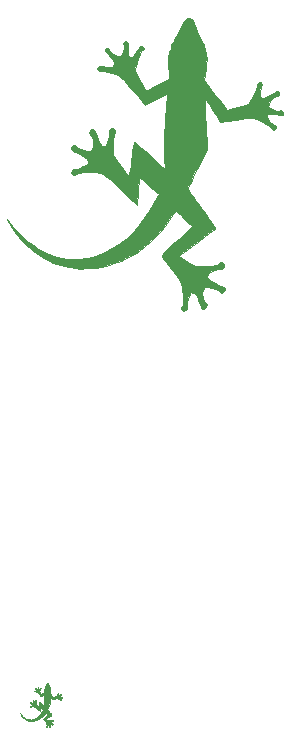
<source format=gbr>
%TF.GenerationSoftware,KiCad,Pcbnew,8.0.3*%
%TF.CreationDate,2024-09-02T20:29:09+10:00*%
%TF.ProjectId,bottom_plate,626f7474-6f6d-45f7-906c-6174652e6b69,1.0.0*%
%TF.SameCoordinates,Original*%
%TF.FileFunction,Soldermask,Top*%
%TF.FilePolarity,Negative*%
%FSLAX46Y46*%
G04 Gerber Fmt 4.6, Leading zero omitted, Abs format (unit mm)*
G04 Created by KiCad (PCBNEW 8.0.3) date 2024-09-02 20:29:09*
%MOMM*%
%LPD*%
G01*
G04 APERTURE LIST*
%ADD10C,0.010000*%
G04 APERTURE END LIST*
D10*
%TO.C,G\u002A\u002A\u002A*%
X33529123Y-93133722D02*
X33557371Y-93178568D01*
X33588411Y-93248058D01*
X33602083Y-93283053D01*
X33624649Y-93339234D01*
X33645546Y-93385532D01*
X33662544Y-93417381D01*
X33673417Y-93430216D01*
X33673930Y-93430285D01*
X33685318Y-93441837D01*
X33689797Y-93472850D01*
X33689805Y-93474482D01*
X33694802Y-93516302D01*
X33707075Y-93561499D01*
X33709513Y-93567933D01*
X33717885Y-93592126D01*
X33722231Y-93616764D01*
X33722583Y-93647861D01*
X33718970Y-93691433D01*
X33711421Y-93753495D01*
X33710463Y-93760861D01*
X33691703Y-93904531D01*
X33832677Y-94089685D01*
X33877660Y-94148764D01*
X33917130Y-94200599D01*
X33948592Y-94241914D01*
X33969553Y-94269434D01*
X33977479Y-94279833D01*
X33991509Y-94279827D01*
X34023409Y-94272968D01*
X34067189Y-94261117D01*
X34116863Y-94246137D01*
X34166442Y-94229890D01*
X34209937Y-94214239D01*
X34241361Y-94201046D01*
X34253181Y-94194088D01*
X34273907Y-94168482D01*
X34298654Y-94127610D01*
X34323651Y-94079174D01*
X34345129Y-94030877D01*
X34359316Y-93990420D01*
X34362905Y-93969958D01*
X34371066Y-93941577D01*
X34390444Y-93927841D01*
X34413379Y-93933394D01*
X34417415Y-93936920D01*
X34425516Y-93955109D01*
X34416561Y-93976534D01*
X34407295Y-94003815D01*
X34401727Y-94044222D01*
X34401005Y-94064261D01*
X34404751Y-94108076D01*
X34417506Y-94132043D01*
X34441537Y-94136646D01*
X34479116Y-94122368D01*
X34529650Y-94091608D01*
X34574355Y-94062384D01*
X34602811Y-94046382D01*
X34619562Y-94042238D01*
X34629152Y-94048588D01*
X34634637Y-94060086D01*
X34636418Y-94087913D01*
X34617148Y-94102126D01*
X34604522Y-94103390D01*
X34582028Y-94113512D01*
X34554612Y-94138724D01*
X34528501Y-94171294D01*
X34509923Y-94203490D01*
X34504977Y-94226979D01*
X34518380Y-94245645D01*
X34546595Y-94265762D01*
X34581197Y-94283180D01*
X34613760Y-94293751D01*
X34635860Y-94293325D01*
X34637520Y-94292250D01*
X34659393Y-94286433D01*
X34682074Y-94293913D01*
X34692902Y-94310375D01*
X34692910Y-94311123D01*
X34684542Y-94340959D01*
X34663512Y-94351412D01*
X34644755Y-94346001D01*
X34612746Y-94335826D01*
X34571962Y-94331650D01*
X34530848Y-94333164D01*
X34497850Y-94340063D01*
X34481453Y-94351935D01*
X34485629Y-94371215D01*
X34503799Y-94399425D01*
X34529950Y-94429846D01*
X34558070Y-94455759D01*
X34582146Y-94470445D01*
X34588615Y-94471690D01*
X34601306Y-94480475D01*
X34601775Y-94500221D01*
X34592269Y-94521011D01*
X34575033Y-94532929D01*
X34574729Y-94532989D01*
X34552529Y-94526730D01*
X34545092Y-94512495D01*
X34530967Y-94496193D01*
X34499107Y-94474064D01*
X34455578Y-94449154D01*
X34406443Y-94424509D01*
X34357768Y-94403174D01*
X34315618Y-94388197D01*
X34286501Y-94382623D01*
X34262854Y-94384410D01*
X34219616Y-94389431D01*
X34162290Y-94396984D01*
X34096378Y-94406367D01*
X34073599Y-94409759D01*
X34008991Y-94419126D01*
X33953993Y-94426418D01*
X33913149Y-94431085D01*
X33891003Y-94432578D01*
X33888387Y-94432151D01*
X33880655Y-94420143D01*
X33862102Y-94390588D01*
X33835264Y-94347542D01*
X33802673Y-94295063D01*
X33791838Y-94277577D01*
X33758086Y-94223899D01*
X33729153Y-94179429D01*
X33707555Y-94147917D01*
X33695809Y-94133115D01*
X33694523Y-94132537D01*
X33694026Y-94145942D01*
X33695030Y-94181265D01*
X33697374Y-94235083D01*
X33700897Y-94303968D01*
X33705435Y-94384495D01*
X33710000Y-94460000D01*
X33730098Y-94782840D01*
X33602040Y-95028589D01*
X33564951Y-95101143D01*
X33532879Y-95166547D01*
X33507410Y-95221344D01*
X33490126Y-95262079D01*
X33482613Y-95285295D01*
X33482719Y-95288939D01*
X33492455Y-95303061D01*
X33514908Y-95334570D01*
X33547824Y-95380333D01*
X33588947Y-95437221D01*
X33636022Y-95502100D01*
X33660735Y-95536076D01*
X33709543Y-95603397D01*
X33753098Y-95663995D01*
X33789236Y-95714815D01*
X33815792Y-95752804D01*
X33830602Y-95774907D01*
X33832933Y-95779071D01*
X33823991Y-95789270D01*
X33797325Y-95812053D01*
X33755812Y-95845150D01*
X33702330Y-95886291D01*
X33639758Y-95933203D01*
X33607255Y-95957166D01*
X33540963Y-96006058D01*
X33481923Y-96050132D01*
X33433109Y-96087126D01*
X33397491Y-96114778D01*
X33378042Y-96130826D01*
X33375329Y-96133722D01*
X33382576Y-96146982D01*
X33406285Y-96168252D01*
X33440580Y-96193453D01*
X33479582Y-96218511D01*
X33517413Y-96239347D01*
X33543755Y-96250529D01*
X33589641Y-96259612D01*
X33655699Y-96264011D01*
X33721555Y-96263865D01*
X33782712Y-96261411D01*
X33824081Y-96257331D01*
X33851267Y-96250585D01*
X33869875Y-96240133D01*
X33875520Y-96235294D01*
X33896107Y-96218740D01*
X33910373Y-96219693D01*
X33923876Y-96231575D01*
X33937900Y-96255207D01*
X33938185Y-96271416D01*
X33931848Y-96290877D01*
X33931105Y-96295178D01*
X33920036Y-96298895D01*
X33893336Y-96300488D01*
X33892582Y-96300490D01*
X33859282Y-96306267D01*
X33816155Y-96321049D01*
X33790198Y-96332851D01*
X33753328Y-96353230D01*
X33734848Y-96369734D01*
X33729618Y-96388047D01*
X33730295Y-96399069D01*
X33738460Y-96422305D01*
X33760259Y-96444389D01*
X33800557Y-96470104D01*
X33805303Y-96472785D01*
X33848200Y-96495297D01*
X33886977Y-96513020D01*
X33908677Y-96520757D01*
X33938891Y-96536907D01*
X33951285Y-96561650D01*
X33942469Y-96587849D01*
X33917541Y-96603542D01*
X33891393Y-96601030D01*
X33874409Y-96581320D01*
X33874385Y-96581247D01*
X33862244Y-96565679D01*
X33834039Y-96553208D01*
X33785155Y-96541809D01*
X33783994Y-96541589D01*
X33739005Y-96533786D01*
X33711951Y-96531975D01*
X33695954Y-96536713D01*
X33684139Y-96548557D01*
X33683223Y-96549757D01*
X33671217Y-96569230D01*
X33665891Y-96591518D01*
X33666581Y-96624087D01*
X33672334Y-96672299D01*
X33681510Y-96712890D01*
X33696239Y-96733027D01*
X33704112Y-96736390D01*
X33720459Y-96746019D01*
X33718978Y-96766756D01*
X33717025Y-96772383D01*
X33698323Y-96799413D01*
X33674389Y-96806776D01*
X33652913Y-96794260D01*
X33643663Y-96774389D01*
X33633338Y-96742133D01*
X33616801Y-96699078D01*
X33606004Y-96673615D01*
X33584299Y-96631838D01*
X33563205Y-96609559D01*
X33544712Y-96602364D01*
X33526743Y-96600872D01*
X33514229Y-96608130D01*
X33503357Y-96629146D01*
X33490314Y-96668925D01*
X33487882Y-96676995D01*
X33476320Y-96722806D01*
X33470201Y-96762160D01*
X33470586Y-96784470D01*
X33468441Y-96812324D01*
X33450798Y-96829107D01*
X33426246Y-96831800D01*
X33403378Y-96817387D01*
X33398418Y-96809823D01*
X33393163Y-96785472D01*
X33405657Y-96769060D01*
X33414616Y-96757912D01*
X33419690Y-96739485D01*
X33421256Y-96708849D01*
X33419691Y-96661073D01*
X33417174Y-96618501D01*
X33413668Y-96568336D01*
X33409022Y-96528048D01*
X33401153Y-96493446D01*
X33387978Y-96460338D01*
X33367416Y-96424533D01*
X33337383Y-96381839D01*
X33295796Y-96328064D01*
X33240572Y-96259017D01*
X33235283Y-96252434D01*
X33203598Y-96214246D01*
X33179386Y-96184762D01*
X33163865Y-96160865D01*
X33158250Y-96139436D01*
X33163757Y-96117357D01*
X33181603Y-96091508D01*
X33213003Y-96058771D01*
X33259173Y-96016028D01*
X33321330Y-95960161D01*
X33364453Y-95921180D01*
X33540751Y-95760905D01*
X33435688Y-95662397D01*
X33393251Y-95623231D01*
X33357595Y-95591491D01*
X33332727Y-95570666D01*
X33322889Y-95564138D01*
X33313345Y-95574320D01*
X33293703Y-95601610D01*
X33267132Y-95641454D01*
X33245771Y-95674914D01*
X33186713Y-95757984D01*
X33112063Y-95846300D01*
X33028491Y-95932873D01*
X32942665Y-96010716D01*
X32875119Y-96063250D01*
X32805399Y-96107650D01*
X32721981Y-96153061D01*
X32633426Y-96195387D01*
X32548293Y-96230527D01*
X32476955Y-96253904D01*
X32391207Y-96272489D01*
X32294377Y-96286611D01*
X32196323Y-96295278D01*
X32106908Y-96297498D01*
X32063672Y-96295506D01*
X31911777Y-96270503D01*
X31765223Y-96221720D01*
X31626102Y-96150567D01*
X31496507Y-96058455D01*
X31378529Y-95946796D01*
X31274259Y-95816999D01*
X31214288Y-95722640D01*
X31185015Y-95671840D01*
X31220251Y-95716290D01*
X31263249Y-95766090D01*
X31318566Y-95823761D01*
X31380580Y-95884030D01*
X31443667Y-95941621D01*
X31502204Y-95991259D01*
X31550568Y-96027671D01*
X31556205Y-96031411D01*
X31682629Y-96100341D01*
X31815776Y-96148601D01*
X31951856Y-96175542D01*
X32087079Y-96180513D01*
X32217656Y-96162863D01*
X32258760Y-96152059D01*
X32338530Y-96123550D01*
X32428798Y-96083461D01*
X32520389Y-96036282D01*
X32604130Y-95986502D01*
X32624142Y-95973240D01*
X32692601Y-95923379D01*
X32753922Y-95870835D01*
X32811146Y-95811978D01*
X32867317Y-95743180D01*
X32925475Y-95660812D01*
X32988664Y-95561246D01*
X33035959Y-95482034D01*
X33110005Y-95355729D01*
X32990330Y-95244626D01*
X32945554Y-95204384D01*
X32907856Y-95173015D01*
X32880756Y-95153262D01*
X32867772Y-95147865D01*
X32867193Y-95148681D01*
X32864741Y-95166485D01*
X32860519Y-95204282D01*
X32855089Y-95256774D01*
X32849017Y-95318661D01*
X32848143Y-95327819D01*
X32832555Y-95491799D01*
X32628753Y-95295266D01*
X32559740Y-95229190D01*
X32505699Y-95178811D01*
X32463725Y-95141779D01*
X32430912Y-95115748D01*
X32404355Y-95098370D01*
X32381148Y-95087298D01*
X32364556Y-95081822D01*
X32318905Y-95073774D01*
X32262364Y-95070558D01*
X32201946Y-95071754D01*
X32144662Y-95076943D01*
X32097524Y-95085706D01*
X32067542Y-95097624D01*
X32064874Y-95099733D01*
X32044241Y-95112336D01*
X32023764Y-95104783D01*
X32020661Y-95102573D01*
X32002936Y-95078441D01*
X32005746Y-95054067D01*
X32026546Y-95038210D01*
X32039956Y-95036199D01*
X32069813Y-95030845D01*
X32110048Y-95017933D01*
X32152284Y-95000897D01*
X32188145Y-94983167D01*
X32209256Y-94968176D01*
X32210726Y-94966226D01*
X32216099Y-94936158D01*
X32196318Y-94904373D01*
X32151559Y-94871090D01*
X32124959Y-94856518D01*
X32081672Y-94835131D01*
X32044995Y-94818156D01*
X32022930Y-94809292D01*
X32004716Y-94793027D01*
X32002185Y-94766558D01*
X32015945Y-94740929D01*
X32041603Y-94726535D01*
X32062521Y-94735161D01*
X32070090Y-94749625D01*
X32085770Y-94767508D01*
X32122459Y-94783759D01*
X32156671Y-94793549D01*
X32200011Y-94803916D01*
X32226300Y-94807290D01*
X32242995Y-94803348D01*
X32257554Y-94791765D01*
X32260328Y-94789037D01*
X32277076Y-94757400D01*
X32283523Y-94712940D01*
X32280020Y-94665755D01*
X32266917Y-94625939D01*
X32254092Y-94609354D01*
X32232074Y-94579814D01*
X32234212Y-94550996D01*
X32243075Y-94539199D01*
X32265608Y-94530234D01*
X32290085Y-94536151D01*
X32304748Y-94553239D01*
X32305503Y-94558896D01*
X32310366Y-94580637D01*
X32323089Y-94617318D01*
X32340079Y-94659015D01*
X32360118Y-94701987D01*
X32376016Y-94726125D01*
X32392132Y-94736528D01*
X32407920Y-94738390D01*
X32427212Y-94735696D01*
X32440834Y-94723873D01*
X32452968Y-94697305D01*
X32463970Y-94663128D01*
X32475094Y-94618646D01*
X32480550Y-94580568D01*
X32479827Y-94561362D01*
X32482632Y-94534384D01*
X32501316Y-94518075D01*
X32527109Y-94516960D01*
X32544863Y-94527805D01*
X32558308Y-94548306D01*
X32551313Y-94570735D01*
X32549731Y-94573322D01*
X32541790Y-94599991D01*
X32536482Y-94648299D01*
X32534174Y-94714584D01*
X32534105Y-94729821D01*
X32534105Y-94861298D01*
X32632263Y-94997448D01*
X32668068Y-95047579D01*
X32694875Y-95083567D01*
X32714428Y-95103931D01*
X32728467Y-95107188D01*
X32738735Y-95091858D01*
X32746974Y-95056457D01*
X32754925Y-94999504D01*
X32764331Y-94919516D01*
X32768828Y-94881265D01*
X32777232Y-94814591D01*
X32785281Y-94757862D01*
X32792292Y-94715387D01*
X32797581Y-94691473D01*
X32799513Y-94687794D01*
X32810833Y-94695987D01*
X32837975Y-94718728D01*
X32877989Y-94753451D01*
X32927927Y-94797593D01*
X32984840Y-94848587D01*
X32996620Y-94859220D01*
X33054190Y-94910978D01*
X33104997Y-94956143D01*
X33146186Y-94992220D01*
X33174902Y-95016713D01*
X33188290Y-95027126D01*
X33188888Y-95027291D01*
X33189136Y-95014195D01*
X33187896Y-94980393D01*
X33185386Y-94930522D01*
X33181823Y-94869217D01*
X33180394Y-94846340D01*
X33176834Y-94777885D01*
X33175427Y-94712850D01*
X33176347Y-94645514D01*
X33179770Y-94570161D01*
X33185869Y-94481072D01*
X33194821Y-94372529D01*
X33194906Y-94371552D01*
X33202025Y-94287630D01*
X33208060Y-94212568D01*
X33212753Y-94149923D01*
X33215845Y-94103250D01*
X33217078Y-94076107D01*
X33216793Y-94070644D01*
X33204894Y-94074964D01*
X33175271Y-94089596D01*
X33132278Y-94112296D01*
X33080270Y-94140820D01*
X33075722Y-94143357D01*
X33023254Y-94172213D01*
X32979530Y-94195385D01*
X32948874Y-94210646D01*
X32935608Y-94215768D01*
X32935421Y-94215665D01*
X32915132Y-94189912D01*
X32883205Y-94151821D01*
X32842954Y-94105106D01*
X32797691Y-94053481D01*
X32750731Y-94000660D01*
X32705385Y-93950357D01*
X32664968Y-93906286D01*
X32632793Y-93872160D01*
X32612172Y-93851694D01*
X32607177Y-93847716D01*
X32563871Y-93827870D01*
X32513477Y-93809693D01*
X32462885Y-93795074D01*
X32418984Y-93785900D01*
X32388662Y-93784060D01*
X32381663Y-93785912D01*
X32356684Y-93788073D01*
X32337815Y-93772788D01*
X32333482Y-93747908D01*
X32335081Y-93742524D01*
X32344044Y-93733141D01*
X32364989Y-93728884D01*
X32402972Y-93729194D01*
X32436179Y-93731350D01*
X32484382Y-93734554D01*
X32513100Y-93734238D01*
X32528152Y-93729097D01*
X32535358Y-93717826D01*
X32538099Y-93708487D01*
X32539018Y-93680331D01*
X32525590Y-93648895D01*
X32495436Y-93609977D01*
X32463111Y-93576042D01*
X32434295Y-93540630D01*
X32425551Y-93513604D01*
X32437045Y-93497397D01*
X32457506Y-93493790D01*
X32479211Y-93502642D01*
X32483327Y-93516015D01*
X32494077Y-93537058D01*
X32520996Y-93561169D01*
X32556142Y-93583425D01*
X32591570Y-93598905D01*
X32619341Y-93602690D01*
X32622132Y-93602016D01*
X32642264Y-93584367D01*
X32659593Y-93550764D01*
X32671180Y-93510650D01*
X32674083Y-93473470D01*
X32668580Y-93452831D01*
X32662565Y-93428347D01*
X32670094Y-93416220D01*
X32692981Y-93406648D01*
X32713720Y-93416472D01*
X32723288Y-93440634D01*
X32723142Y-93445963D01*
X32722058Y-93475533D01*
X32722133Y-93517868D01*
X32722629Y-93539933D01*
X32725729Y-93580365D01*
X32733474Y-93601991D01*
X32748260Y-93611307D01*
X32749038Y-93611516D01*
X32771593Y-93605839D01*
X32799798Y-93583556D01*
X32827932Y-93550775D01*
X32850271Y-93513603D01*
X32857240Y-93496040D01*
X32872736Y-93473469D01*
X32893841Y-93470824D01*
X32917258Y-93482324D01*
X32925126Y-93501786D01*
X32915348Y-93519746D01*
X32905735Y-93524482D01*
X32891190Y-93539646D01*
X32873322Y-93573186D01*
X32854434Y-93618707D01*
X32836830Y-93669817D01*
X32822814Y-93720122D01*
X32814690Y-93763228D01*
X32813557Y-93780296D01*
X32821458Y-93812210D01*
X32844034Y-93860294D01*
X32879693Y-93921207D01*
X32884035Y-93928061D01*
X32954460Y-94038482D01*
X33090357Y-93967393D01*
X33143843Y-93939162D01*
X33189067Y-93914819D01*
X33221269Y-93896960D01*
X33235686Y-93888179D01*
X33235694Y-93888172D01*
X33238584Y-93872938D01*
X33239139Y-93837936D01*
X33237410Y-93788687D01*
X33234316Y-93741438D01*
X33229905Y-93677664D01*
X33228710Y-93632762D01*
X33231152Y-93600361D01*
X33237649Y-93574088D01*
X33246823Y-93551488D01*
X33261801Y-93509269D01*
X33269949Y-93468377D01*
X33270426Y-93459796D01*
X33276775Y-93426596D01*
X33290735Y-93415346D01*
X33304074Y-93402595D01*
X33324682Y-93370933D01*
X33349893Y-93324826D01*
X33372821Y-93277890D01*
X33411512Y-93200059D01*
X33444861Y-93146690D01*
X33474495Y-93117820D01*
X33502040Y-93113485D01*
X33529123Y-93133722D01*
G36*
X33529123Y-93133722D02*
G01*
X33557371Y-93178568D01*
X33588411Y-93248058D01*
X33602083Y-93283053D01*
X33624649Y-93339234D01*
X33645546Y-93385532D01*
X33662544Y-93417381D01*
X33673417Y-93430216D01*
X33673930Y-93430285D01*
X33685318Y-93441837D01*
X33689797Y-93472850D01*
X33689805Y-93474482D01*
X33694802Y-93516302D01*
X33707075Y-93561499D01*
X33709513Y-93567933D01*
X33717885Y-93592126D01*
X33722231Y-93616764D01*
X33722583Y-93647861D01*
X33718970Y-93691433D01*
X33711421Y-93753495D01*
X33710463Y-93760861D01*
X33691703Y-93904531D01*
X33832677Y-94089685D01*
X33877660Y-94148764D01*
X33917130Y-94200599D01*
X33948592Y-94241914D01*
X33969553Y-94269434D01*
X33977479Y-94279833D01*
X33991509Y-94279827D01*
X34023409Y-94272968D01*
X34067189Y-94261117D01*
X34116863Y-94246137D01*
X34166442Y-94229890D01*
X34209937Y-94214239D01*
X34241361Y-94201046D01*
X34253181Y-94194088D01*
X34273907Y-94168482D01*
X34298654Y-94127610D01*
X34323651Y-94079174D01*
X34345129Y-94030877D01*
X34359316Y-93990420D01*
X34362905Y-93969958D01*
X34371066Y-93941577D01*
X34390444Y-93927841D01*
X34413379Y-93933394D01*
X34417415Y-93936920D01*
X34425516Y-93955109D01*
X34416561Y-93976534D01*
X34407295Y-94003815D01*
X34401727Y-94044222D01*
X34401005Y-94064261D01*
X34404751Y-94108076D01*
X34417506Y-94132043D01*
X34441537Y-94136646D01*
X34479116Y-94122368D01*
X34529650Y-94091608D01*
X34574355Y-94062384D01*
X34602811Y-94046382D01*
X34619562Y-94042238D01*
X34629152Y-94048588D01*
X34634637Y-94060086D01*
X34636418Y-94087913D01*
X34617148Y-94102126D01*
X34604522Y-94103390D01*
X34582028Y-94113512D01*
X34554612Y-94138724D01*
X34528501Y-94171294D01*
X34509923Y-94203490D01*
X34504977Y-94226979D01*
X34518380Y-94245645D01*
X34546595Y-94265762D01*
X34581197Y-94283180D01*
X34613760Y-94293751D01*
X34635860Y-94293325D01*
X34637520Y-94292250D01*
X34659393Y-94286433D01*
X34682074Y-94293913D01*
X34692902Y-94310375D01*
X34692910Y-94311123D01*
X34684542Y-94340959D01*
X34663512Y-94351412D01*
X34644755Y-94346001D01*
X34612746Y-94335826D01*
X34571962Y-94331650D01*
X34530848Y-94333164D01*
X34497850Y-94340063D01*
X34481453Y-94351935D01*
X34485629Y-94371215D01*
X34503799Y-94399425D01*
X34529950Y-94429846D01*
X34558070Y-94455759D01*
X34582146Y-94470445D01*
X34588615Y-94471690D01*
X34601306Y-94480475D01*
X34601775Y-94500221D01*
X34592269Y-94521011D01*
X34575033Y-94532929D01*
X34574729Y-94532989D01*
X34552529Y-94526730D01*
X34545092Y-94512495D01*
X34530967Y-94496193D01*
X34499107Y-94474064D01*
X34455578Y-94449154D01*
X34406443Y-94424509D01*
X34357768Y-94403174D01*
X34315618Y-94388197D01*
X34286501Y-94382623D01*
X34262854Y-94384410D01*
X34219616Y-94389431D01*
X34162290Y-94396984D01*
X34096378Y-94406367D01*
X34073599Y-94409759D01*
X34008991Y-94419126D01*
X33953993Y-94426418D01*
X33913149Y-94431085D01*
X33891003Y-94432578D01*
X33888387Y-94432151D01*
X33880655Y-94420143D01*
X33862102Y-94390588D01*
X33835264Y-94347542D01*
X33802673Y-94295063D01*
X33791838Y-94277577D01*
X33758086Y-94223899D01*
X33729153Y-94179429D01*
X33707555Y-94147917D01*
X33695809Y-94133115D01*
X33694523Y-94132537D01*
X33694026Y-94145942D01*
X33695030Y-94181265D01*
X33697374Y-94235083D01*
X33700897Y-94303968D01*
X33705435Y-94384495D01*
X33710000Y-94460000D01*
X33730098Y-94782840D01*
X33602040Y-95028589D01*
X33564951Y-95101143D01*
X33532879Y-95166547D01*
X33507410Y-95221344D01*
X33490126Y-95262079D01*
X33482613Y-95285295D01*
X33482719Y-95288939D01*
X33492455Y-95303061D01*
X33514908Y-95334570D01*
X33547824Y-95380333D01*
X33588947Y-95437221D01*
X33636022Y-95502100D01*
X33660735Y-95536076D01*
X33709543Y-95603397D01*
X33753098Y-95663995D01*
X33789236Y-95714815D01*
X33815792Y-95752804D01*
X33830602Y-95774907D01*
X33832933Y-95779071D01*
X33823991Y-95789270D01*
X33797325Y-95812053D01*
X33755812Y-95845150D01*
X33702330Y-95886291D01*
X33639758Y-95933203D01*
X33607255Y-95957166D01*
X33540963Y-96006058D01*
X33481923Y-96050132D01*
X33433109Y-96087126D01*
X33397491Y-96114778D01*
X33378042Y-96130826D01*
X33375329Y-96133722D01*
X33382576Y-96146982D01*
X33406285Y-96168252D01*
X33440580Y-96193453D01*
X33479582Y-96218511D01*
X33517413Y-96239347D01*
X33543755Y-96250529D01*
X33589641Y-96259612D01*
X33655699Y-96264011D01*
X33721555Y-96263865D01*
X33782712Y-96261411D01*
X33824081Y-96257331D01*
X33851267Y-96250585D01*
X33869875Y-96240133D01*
X33875520Y-96235294D01*
X33896107Y-96218740D01*
X33910373Y-96219693D01*
X33923876Y-96231575D01*
X33937900Y-96255207D01*
X33938185Y-96271416D01*
X33931848Y-96290877D01*
X33931105Y-96295178D01*
X33920036Y-96298895D01*
X33893336Y-96300488D01*
X33892582Y-96300490D01*
X33859282Y-96306267D01*
X33816155Y-96321049D01*
X33790198Y-96332851D01*
X33753328Y-96353230D01*
X33734848Y-96369734D01*
X33729618Y-96388047D01*
X33730295Y-96399069D01*
X33738460Y-96422305D01*
X33760259Y-96444389D01*
X33800557Y-96470104D01*
X33805303Y-96472785D01*
X33848200Y-96495297D01*
X33886977Y-96513020D01*
X33908677Y-96520757D01*
X33938891Y-96536907D01*
X33951285Y-96561650D01*
X33942469Y-96587849D01*
X33917541Y-96603542D01*
X33891393Y-96601030D01*
X33874409Y-96581320D01*
X33874385Y-96581247D01*
X33862244Y-96565679D01*
X33834039Y-96553208D01*
X33785155Y-96541809D01*
X33783994Y-96541589D01*
X33739005Y-96533786D01*
X33711951Y-96531975D01*
X33695954Y-96536713D01*
X33684139Y-96548557D01*
X33683223Y-96549757D01*
X33671217Y-96569230D01*
X33665891Y-96591518D01*
X33666581Y-96624087D01*
X33672334Y-96672299D01*
X33681510Y-96712890D01*
X33696239Y-96733027D01*
X33704112Y-96736390D01*
X33720459Y-96746019D01*
X33718978Y-96766756D01*
X33717025Y-96772383D01*
X33698323Y-96799413D01*
X33674389Y-96806776D01*
X33652913Y-96794260D01*
X33643663Y-96774389D01*
X33633338Y-96742133D01*
X33616801Y-96699078D01*
X33606004Y-96673615D01*
X33584299Y-96631838D01*
X33563205Y-96609559D01*
X33544712Y-96602364D01*
X33526743Y-96600872D01*
X33514229Y-96608130D01*
X33503357Y-96629146D01*
X33490314Y-96668925D01*
X33487882Y-96676995D01*
X33476320Y-96722806D01*
X33470201Y-96762160D01*
X33470586Y-96784470D01*
X33468441Y-96812324D01*
X33450798Y-96829107D01*
X33426246Y-96831800D01*
X33403378Y-96817387D01*
X33398418Y-96809823D01*
X33393163Y-96785472D01*
X33405657Y-96769060D01*
X33414616Y-96757912D01*
X33419690Y-96739485D01*
X33421256Y-96708849D01*
X33419691Y-96661073D01*
X33417174Y-96618501D01*
X33413668Y-96568336D01*
X33409022Y-96528048D01*
X33401153Y-96493446D01*
X33387978Y-96460338D01*
X33367416Y-96424533D01*
X33337383Y-96381839D01*
X33295796Y-96328064D01*
X33240572Y-96259017D01*
X33235283Y-96252434D01*
X33203598Y-96214246D01*
X33179386Y-96184762D01*
X33163865Y-96160865D01*
X33158250Y-96139436D01*
X33163757Y-96117357D01*
X33181603Y-96091508D01*
X33213003Y-96058771D01*
X33259173Y-96016028D01*
X33321330Y-95960161D01*
X33364453Y-95921180D01*
X33540751Y-95760905D01*
X33435688Y-95662397D01*
X33393251Y-95623231D01*
X33357595Y-95591491D01*
X33332727Y-95570666D01*
X33322889Y-95564138D01*
X33313345Y-95574320D01*
X33293703Y-95601610D01*
X33267132Y-95641454D01*
X33245771Y-95674914D01*
X33186713Y-95757984D01*
X33112063Y-95846300D01*
X33028491Y-95932873D01*
X32942665Y-96010716D01*
X32875119Y-96063250D01*
X32805399Y-96107650D01*
X32721981Y-96153061D01*
X32633426Y-96195387D01*
X32548293Y-96230527D01*
X32476955Y-96253904D01*
X32391207Y-96272489D01*
X32294377Y-96286611D01*
X32196323Y-96295278D01*
X32106908Y-96297498D01*
X32063672Y-96295506D01*
X31911777Y-96270503D01*
X31765223Y-96221720D01*
X31626102Y-96150567D01*
X31496507Y-96058455D01*
X31378529Y-95946796D01*
X31274259Y-95816999D01*
X31214288Y-95722640D01*
X31185015Y-95671840D01*
X31220251Y-95716290D01*
X31263249Y-95766090D01*
X31318566Y-95823761D01*
X31380580Y-95884030D01*
X31443667Y-95941621D01*
X31502204Y-95991259D01*
X31550568Y-96027671D01*
X31556205Y-96031411D01*
X31682629Y-96100341D01*
X31815776Y-96148601D01*
X31951856Y-96175542D01*
X32087079Y-96180513D01*
X32217656Y-96162863D01*
X32258760Y-96152059D01*
X32338530Y-96123550D01*
X32428798Y-96083461D01*
X32520389Y-96036282D01*
X32604130Y-95986502D01*
X32624142Y-95973240D01*
X32692601Y-95923379D01*
X32753922Y-95870835D01*
X32811146Y-95811978D01*
X32867317Y-95743180D01*
X32925475Y-95660812D01*
X32988664Y-95561246D01*
X33035959Y-95482034D01*
X33110005Y-95355729D01*
X32990330Y-95244626D01*
X32945554Y-95204384D01*
X32907856Y-95173015D01*
X32880756Y-95153262D01*
X32867772Y-95147865D01*
X32867193Y-95148681D01*
X32864741Y-95166485D01*
X32860519Y-95204282D01*
X32855089Y-95256774D01*
X32849017Y-95318661D01*
X32848143Y-95327819D01*
X32832555Y-95491799D01*
X32628753Y-95295266D01*
X32559740Y-95229190D01*
X32505699Y-95178811D01*
X32463725Y-95141779D01*
X32430912Y-95115748D01*
X32404355Y-95098370D01*
X32381148Y-95087298D01*
X32364556Y-95081822D01*
X32318905Y-95073774D01*
X32262364Y-95070558D01*
X32201946Y-95071754D01*
X32144662Y-95076943D01*
X32097524Y-95085706D01*
X32067542Y-95097624D01*
X32064874Y-95099733D01*
X32044241Y-95112336D01*
X32023764Y-95104783D01*
X32020661Y-95102573D01*
X32002936Y-95078441D01*
X32005746Y-95054067D01*
X32026546Y-95038210D01*
X32039956Y-95036199D01*
X32069813Y-95030845D01*
X32110048Y-95017933D01*
X32152284Y-95000897D01*
X32188145Y-94983167D01*
X32209256Y-94968176D01*
X32210726Y-94966226D01*
X32216099Y-94936158D01*
X32196318Y-94904373D01*
X32151559Y-94871090D01*
X32124959Y-94856518D01*
X32081672Y-94835131D01*
X32044995Y-94818156D01*
X32022930Y-94809292D01*
X32004716Y-94793027D01*
X32002185Y-94766558D01*
X32015945Y-94740929D01*
X32041603Y-94726535D01*
X32062521Y-94735161D01*
X32070090Y-94749625D01*
X32085770Y-94767508D01*
X32122459Y-94783759D01*
X32156671Y-94793549D01*
X32200011Y-94803916D01*
X32226300Y-94807290D01*
X32242995Y-94803348D01*
X32257554Y-94791765D01*
X32260328Y-94789037D01*
X32277076Y-94757400D01*
X32283523Y-94712940D01*
X32280020Y-94665755D01*
X32266917Y-94625939D01*
X32254092Y-94609354D01*
X32232074Y-94579814D01*
X32234212Y-94550996D01*
X32243075Y-94539199D01*
X32265608Y-94530234D01*
X32290085Y-94536151D01*
X32304748Y-94553239D01*
X32305503Y-94558896D01*
X32310366Y-94580637D01*
X32323089Y-94617318D01*
X32340079Y-94659015D01*
X32360118Y-94701987D01*
X32376016Y-94726125D01*
X32392132Y-94736528D01*
X32407920Y-94738390D01*
X32427212Y-94735696D01*
X32440834Y-94723873D01*
X32452968Y-94697305D01*
X32463970Y-94663128D01*
X32475094Y-94618646D01*
X32480550Y-94580568D01*
X32479827Y-94561362D01*
X32482632Y-94534384D01*
X32501316Y-94518075D01*
X32527109Y-94516960D01*
X32544863Y-94527805D01*
X32558308Y-94548306D01*
X32551313Y-94570735D01*
X32549731Y-94573322D01*
X32541790Y-94599991D01*
X32536482Y-94648299D01*
X32534174Y-94714584D01*
X32534105Y-94729821D01*
X32534105Y-94861298D01*
X32632263Y-94997448D01*
X32668068Y-95047579D01*
X32694875Y-95083567D01*
X32714428Y-95103931D01*
X32728467Y-95107188D01*
X32738735Y-95091858D01*
X32746974Y-95056457D01*
X32754925Y-94999504D01*
X32764331Y-94919516D01*
X32768828Y-94881265D01*
X32777232Y-94814591D01*
X32785281Y-94757862D01*
X32792292Y-94715387D01*
X32797581Y-94691473D01*
X32799513Y-94687794D01*
X32810833Y-94695987D01*
X32837975Y-94718728D01*
X32877989Y-94753451D01*
X32927927Y-94797593D01*
X32984840Y-94848587D01*
X32996620Y-94859220D01*
X33054190Y-94910978D01*
X33104997Y-94956143D01*
X33146186Y-94992220D01*
X33174902Y-95016713D01*
X33188290Y-95027126D01*
X33188888Y-95027291D01*
X33189136Y-95014195D01*
X33187896Y-94980393D01*
X33185386Y-94930522D01*
X33181823Y-94869217D01*
X33180394Y-94846340D01*
X33176834Y-94777885D01*
X33175427Y-94712850D01*
X33176347Y-94645514D01*
X33179770Y-94570161D01*
X33185869Y-94481072D01*
X33194821Y-94372529D01*
X33194906Y-94371552D01*
X33202025Y-94287630D01*
X33208060Y-94212568D01*
X33212753Y-94149923D01*
X33215845Y-94103250D01*
X33217078Y-94076107D01*
X33216793Y-94070644D01*
X33204894Y-94074964D01*
X33175271Y-94089596D01*
X33132278Y-94112296D01*
X33080270Y-94140820D01*
X33075722Y-94143357D01*
X33023254Y-94172213D01*
X32979530Y-94195385D01*
X32948874Y-94210646D01*
X32935608Y-94215768D01*
X32935421Y-94215665D01*
X32915132Y-94189912D01*
X32883205Y-94151821D01*
X32842954Y-94105106D01*
X32797691Y-94053481D01*
X32750731Y-94000660D01*
X32705385Y-93950357D01*
X32664968Y-93906286D01*
X32632793Y-93872160D01*
X32612172Y-93851694D01*
X32607177Y-93847716D01*
X32563871Y-93827870D01*
X32513477Y-93809693D01*
X32462885Y-93795074D01*
X32418984Y-93785900D01*
X32388662Y-93784060D01*
X32381663Y-93785912D01*
X32356684Y-93788073D01*
X32337815Y-93772788D01*
X32333482Y-93747908D01*
X32335081Y-93742524D01*
X32344044Y-93733141D01*
X32364989Y-93728884D01*
X32402972Y-93729194D01*
X32436179Y-93731350D01*
X32484382Y-93734554D01*
X32513100Y-93734238D01*
X32528152Y-93729097D01*
X32535358Y-93717826D01*
X32538099Y-93708487D01*
X32539018Y-93680331D01*
X32525590Y-93648895D01*
X32495436Y-93609977D01*
X32463111Y-93576042D01*
X32434295Y-93540630D01*
X32425551Y-93513604D01*
X32437045Y-93497397D01*
X32457506Y-93493790D01*
X32479211Y-93502642D01*
X32483327Y-93516015D01*
X32494077Y-93537058D01*
X32520996Y-93561169D01*
X32556142Y-93583425D01*
X32591570Y-93598905D01*
X32619341Y-93602690D01*
X32622132Y-93602016D01*
X32642264Y-93584367D01*
X32659593Y-93550764D01*
X32671180Y-93510650D01*
X32674083Y-93473470D01*
X32668580Y-93452831D01*
X32662565Y-93428347D01*
X32670094Y-93416220D01*
X32692981Y-93406648D01*
X32713720Y-93416472D01*
X32723288Y-93440634D01*
X32723142Y-93445963D01*
X32722058Y-93475533D01*
X32722133Y-93517868D01*
X32722629Y-93539933D01*
X32725729Y-93580365D01*
X32733474Y-93601991D01*
X32748260Y-93611307D01*
X32749038Y-93611516D01*
X32771593Y-93605839D01*
X32799798Y-93583556D01*
X32827932Y-93550775D01*
X32850271Y-93513603D01*
X32857240Y-93496040D01*
X32872736Y-93473469D01*
X32893841Y-93470824D01*
X32917258Y-93482324D01*
X32925126Y-93501786D01*
X32915348Y-93519746D01*
X32905735Y-93524482D01*
X32891190Y-93539646D01*
X32873322Y-93573186D01*
X32854434Y-93618707D01*
X32836830Y-93669817D01*
X32822814Y-93720122D01*
X32814690Y-93763228D01*
X32813557Y-93780296D01*
X32821458Y-93812210D01*
X32844034Y-93860294D01*
X32879693Y-93921207D01*
X32884035Y-93928061D01*
X32954460Y-94038482D01*
X33090357Y-93967393D01*
X33143843Y-93939162D01*
X33189067Y-93914819D01*
X33221269Y-93896960D01*
X33235686Y-93888179D01*
X33235694Y-93888172D01*
X33238584Y-93872938D01*
X33239139Y-93837936D01*
X33237410Y-93788687D01*
X33234316Y-93741438D01*
X33229905Y-93677664D01*
X33228710Y-93632762D01*
X33231152Y-93600361D01*
X33237649Y-93574088D01*
X33246823Y-93551488D01*
X33261801Y-93509269D01*
X33269949Y-93468377D01*
X33270426Y-93459796D01*
X33276775Y-93426596D01*
X33290735Y-93415346D01*
X33304074Y-93402595D01*
X33324682Y-93370933D01*
X33349893Y-93324826D01*
X33372821Y-93277890D01*
X33411512Y-93200059D01*
X33444861Y-93146690D01*
X33474495Y-93117820D01*
X33502040Y-93113485D01*
X33529123Y-93133722D01*
G37*
X45695336Y-36910036D02*
X45883656Y-37209004D01*
X46090588Y-37672274D01*
X46181737Y-37905576D01*
X46332176Y-38280113D01*
X46471485Y-38588766D01*
X46584809Y-38801096D01*
X46657295Y-38886662D01*
X46660711Y-38887121D01*
X46736636Y-38964133D01*
X46766493Y-39170891D01*
X46766544Y-39181771D01*
X46799861Y-39460569D01*
X46881679Y-39761882D01*
X46897937Y-39804774D01*
X46953745Y-39966059D01*
X46982723Y-40130311D01*
X46985070Y-40337629D01*
X46960982Y-40628110D01*
X46910657Y-41041853D01*
X46904266Y-41090959D01*
X46779202Y-42048760D01*
X47719027Y-43283122D01*
X48018916Y-43676983D01*
X48282048Y-44022546D01*
X48491797Y-44297978D01*
X48631536Y-44481445D01*
X48684375Y-44550772D01*
X48777908Y-44550734D01*
X48990571Y-44505005D01*
X49282443Y-44425999D01*
X49613602Y-44326133D01*
X49944127Y-44217822D01*
X50234097Y-44113482D01*
X50443590Y-44025529D01*
X50522384Y-43979142D01*
X50660558Y-43808433D01*
X50825538Y-43535954D01*
X50992189Y-43213050D01*
X51135374Y-42891068D01*
X51229956Y-42621353D01*
X51253878Y-42484941D01*
X51308287Y-42295732D01*
X51437473Y-42204162D01*
X51590375Y-42241178D01*
X51617282Y-42264688D01*
X51671289Y-42385948D01*
X51611591Y-42528782D01*
X51549813Y-42710655D01*
X51512694Y-42980032D01*
X51507878Y-43113630D01*
X51532857Y-43405725D01*
X51617886Y-43565508D01*
X51778097Y-43596196D01*
X52028623Y-43501006D01*
X52365512Y-43295942D01*
X52663549Y-43101113D01*
X52853256Y-42994434D01*
X52964928Y-42966808D01*
X53028860Y-43009140D01*
X53065427Y-43085791D01*
X53077301Y-43271304D01*
X52948837Y-43366063D01*
X52864662Y-43374484D01*
X52714701Y-43441966D01*
X52531925Y-43610048D01*
X52357852Y-43827182D01*
X52234000Y-44041823D01*
X52201027Y-44198417D01*
X52290381Y-44322856D01*
X52478482Y-44456966D01*
X52709161Y-44573086D01*
X52926250Y-44643558D01*
X53073582Y-44640720D01*
X53084646Y-44633553D01*
X53230467Y-44594773D01*
X53381675Y-44644638D01*
X53453861Y-44754388D01*
X53453914Y-44759376D01*
X53398128Y-44958283D01*
X53257928Y-45027967D01*
X53132878Y-44991892D01*
X52919487Y-44924063D01*
X52647593Y-44896220D01*
X52373501Y-44906316D01*
X52153517Y-44952305D01*
X52044203Y-45031457D01*
X52072041Y-45159990D01*
X52193172Y-45348056D01*
X52367512Y-45550863D01*
X52554978Y-45723615D01*
X52715486Y-45821520D01*
X52758616Y-45829818D01*
X52843222Y-45888388D01*
X52846349Y-46020028D01*
X52782972Y-46158629D01*
X52668066Y-46238083D01*
X52666043Y-46238483D01*
X52518038Y-46196753D01*
X52468460Y-46101855D01*
X52374295Y-45993174D01*
X52161897Y-45845646D01*
X51871699Y-45679579D01*
X51544134Y-45515278D01*
X51219635Y-45373050D01*
X50938634Y-45273203D01*
X50744521Y-45236040D01*
X50586871Y-45247954D01*
X50298618Y-45281425D01*
X49916444Y-45331778D01*
X49477036Y-45394337D01*
X49325173Y-45416947D01*
X48894454Y-45479395D01*
X48527802Y-45528008D01*
X48255508Y-45559122D01*
X48107866Y-45569075D01*
X48090425Y-45566224D01*
X48038879Y-45486176D01*
X47915196Y-45289141D01*
X47736271Y-45002167D01*
X47519002Y-44652306D01*
X47446767Y-44535735D01*
X47221757Y-44177884D01*
X47028867Y-43881412D01*
X46884878Y-43671332D01*
X46806571Y-43572655D01*
X46798004Y-43568802D01*
X46794686Y-43658165D01*
X46801381Y-43893657D01*
X46817009Y-44252440D01*
X46840491Y-44711674D01*
X46870748Y-45248518D01*
X46901179Y-45751885D01*
X47035170Y-47904151D01*
X46181445Y-49542481D01*
X45934185Y-50026172D01*
X45720377Y-50462198D01*
X45550580Y-50827515D01*
X45435357Y-51099081D01*
X45385266Y-51253854D01*
X45385975Y-51278148D01*
X45450879Y-51372297D01*
X45600569Y-51582354D01*
X45820009Y-51887444D01*
X46094163Y-52266692D01*
X46407994Y-52699223D01*
X46572746Y-52925726D01*
X46898132Y-53374532D01*
X47188500Y-53778518D01*
X47429420Y-54117322D01*
X47606462Y-54370582D01*
X47705196Y-54517935D01*
X47720736Y-54545697D01*
X47661122Y-54613684D01*
X47483346Y-54765573D01*
X47206593Y-54986222D01*
X46850050Y-55260491D01*
X46432903Y-55573239D01*
X46216211Y-55732997D01*
X45774265Y-56058938D01*
X45380670Y-56352765D01*
X45055239Y-56599394D01*
X44817786Y-56783742D01*
X44688126Y-56890725D01*
X44670043Y-56910032D01*
X44718352Y-56998437D01*
X44876415Y-57140233D01*
X45105046Y-57308243D01*
X45365059Y-57475291D01*
X45617270Y-57614202D01*
X45792878Y-57688748D01*
X46098789Y-57749301D01*
X46539177Y-57778625D01*
X46978211Y-57777656D01*
X47385925Y-57761293D01*
X47661719Y-57734092D01*
X47842960Y-57689119D01*
X47967015Y-57619440D01*
X48004650Y-57587180D01*
X48141892Y-57476824D01*
X48237002Y-57483174D01*
X48327019Y-57562387D01*
X48420514Y-57719933D01*
X48422413Y-57827992D01*
X48380170Y-57957735D01*
X48375211Y-57986409D01*
X48301424Y-58011186D01*
X48123421Y-58021811D01*
X48118396Y-58021818D01*
X47896395Y-58060331D01*
X47608883Y-58158881D01*
X47435832Y-58237561D01*
X47190032Y-58373423D01*
X47066836Y-58483450D01*
X47031969Y-58605532D01*
X47036480Y-58679016D01*
X47090917Y-58833919D01*
X47236240Y-58981144D01*
X47504895Y-59152579D01*
X47536531Y-59170453D01*
X47822517Y-59320533D01*
X48081026Y-59438687D01*
X48225692Y-59490267D01*
X48427120Y-59597933D01*
X48509748Y-59762886D01*
X48450971Y-59937549D01*
X48284787Y-60042168D01*
X48110469Y-60025420D01*
X47997238Y-59894019D01*
X47997084Y-59893537D01*
X47916144Y-59789749D01*
X47728107Y-59706607D01*
X47402212Y-59630615D01*
X47394474Y-59629150D01*
X47094547Y-59577129D01*
X46914186Y-59565053D01*
X46807543Y-59596640D01*
X46728772Y-59675603D01*
X46722666Y-59683598D01*
X46642628Y-59813422D01*
X46607121Y-59962006D01*
X46611721Y-60179131D01*
X46650076Y-60500547D01*
X46711246Y-60771156D01*
X46809444Y-60905398D01*
X46861929Y-60927819D01*
X46970908Y-60992015D01*
X46961035Y-61130260D01*
X46948014Y-61167773D01*
X46823337Y-61347974D01*
X46663774Y-61397058D01*
X46520599Y-61313622D01*
X46458934Y-61181147D01*
X46390102Y-60966108D01*
X46279851Y-60679072D01*
X46207876Y-60509322D01*
X46063176Y-60230806D01*
X45922547Y-60082281D01*
X45799264Y-60034316D01*
X45679471Y-60024366D01*
X45596040Y-60072756D01*
X45523558Y-60212859D01*
X45436609Y-60478052D01*
X45420397Y-60531851D01*
X45343313Y-60837258D01*
X45302519Y-61099621D01*
X45305086Y-61248357D01*
X45290788Y-61434047D01*
X45173165Y-61545931D01*
X45009489Y-61563889D01*
X44857031Y-61467800D01*
X44823969Y-61417375D01*
X44788936Y-61255037D01*
X44872227Y-61145619D01*
X44931956Y-61071299D01*
X44965783Y-60948457D01*
X44976222Y-60744217D01*
X44965788Y-60425709D01*
X44949009Y-60141895D01*
X44925634Y-59807459D01*
X44894659Y-59538873D01*
X44842199Y-59308192D01*
X44754370Y-59087474D01*
X44617287Y-58848772D01*
X44417064Y-58564144D01*
X44139818Y-58205645D01*
X43771662Y-57745331D01*
X43736404Y-57701450D01*
X43525167Y-57446860D01*
X43363757Y-57250303D01*
X43260282Y-57090990D01*
X43222848Y-56948130D01*
X43259562Y-56800932D01*
X43378533Y-56628607D01*
X43587865Y-56410363D01*
X43895668Y-56125410D01*
X44310047Y-55752958D01*
X44597533Y-55493089D01*
X45772855Y-54424588D01*
X45072432Y-53767869D01*
X44789519Y-53506760D01*
X44551816Y-53295160D01*
X44386024Y-53156326D01*
X44320443Y-53112810D01*
X44256814Y-53180689D01*
X44125866Y-53362618D01*
X43948727Y-53628251D01*
X43806320Y-53851312D01*
X43412598Y-54405117D01*
X42914932Y-54993887D01*
X42357784Y-55571041D01*
X41785615Y-56089997D01*
X41335306Y-56440224D01*
X40870505Y-56736221D01*
X40314390Y-57038964D01*
X39724023Y-57321131D01*
X39156467Y-57555399D01*
X38680878Y-57711249D01*
X38109229Y-57835145D01*
X37463693Y-57929293D01*
X36810004Y-57987076D01*
X36213898Y-58001877D01*
X35925662Y-57988593D01*
X34913026Y-57821907D01*
X33936000Y-57496685D01*
X33008529Y-57022332D01*
X32144561Y-56408255D01*
X31358039Y-55663858D01*
X30662910Y-54798548D01*
X30263100Y-54169484D01*
X30067949Y-53830818D01*
X30302855Y-54127151D01*
X30589506Y-54459153D01*
X30958289Y-54843630D01*
X31371715Y-55245420D01*
X31792296Y-55629359D01*
X32182543Y-55960283D01*
X32504969Y-56203028D01*
X32542544Y-56227962D01*
X33385375Y-56687492D01*
X34273021Y-57009229D01*
X35180219Y-57188836D01*
X36081706Y-57221975D01*
X36952221Y-57104306D01*
X37226244Y-57032279D01*
X37758048Y-56842219D01*
X38359832Y-56574960D01*
X38970441Y-56260432D01*
X39528717Y-55928565D01*
X39662129Y-55840155D01*
X40118523Y-55507750D01*
X40527327Y-55157454D01*
X40908824Y-54765074D01*
X41283293Y-54306420D01*
X41671016Y-53757301D01*
X42092275Y-53093527D01*
X42407575Y-52565451D01*
X42901217Y-51723417D01*
X42103380Y-50982730D01*
X41804873Y-50714446D01*
X41553557Y-50505320D01*
X41372890Y-50373631D01*
X41286329Y-50337656D01*
X41282469Y-50343097D01*
X41266121Y-50461786D01*
X41237972Y-50713766D01*
X41201777Y-51063712D01*
X41161294Y-51476296D01*
X41155469Y-51537350D01*
X41051544Y-52630549D01*
X39692870Y-51320324D01*
X39232783Y-50879823D01*
X38872510Y-50543958D01*
X38592683Y-50297080D01*
X38373930Y-50123540D01*
X38196880Y-50007688D01*
X38042165Y-49933876D01*
X37931551Y-49897366D01*
X37627211Y-49843716D01*
X37250275Y-49822275D01*
X36847489Y-49830248D01*
X36465595Y-49864841D01*
X36151338Y-49923260D01*
X35951463Y-50002712D01*
X35933676Y-50016777D01*
X35796118Y-50100796D01*
X35659609Y-50050443D01*
X35638923Y-50035708D01*
X35520753Y-49874830D01*
X35539489Y-49712334D01*
X35678153Y-49606623D01*
X35767553Y-49593217D01*
X35966602Y-49557521D01*
X36234832Y-49471444D01*
X36516405Y-49357866D01*
X36755480Y-49239667D01*
X36896218Y-49139727D01*
X36906023Y-49126728D01*
X36941838Y-48926277D01*
X36809969Y-48714371D01*
X36511575Y-48492489D01*
X36334243Y-48395342D01*
X36045658Y-48252759D01*
X35801147Y-48139597D01*
X35654044Y-48080499D01*
X35532621Y-47972068D01*
X35515745Y-47795607D01*
X35607478Y-47624751D01*
X35778532Y-47528788D01*
X35917989Y-47586294D01*
X35968445Y-47682721D01*
X36072979Y-47801938D01*
X36317571Y-47910278D01*
X36545651Y-47975547D01*
X36834589Y-48044660D01*
X37009850Y-48067157D01*
X37121150Y-48040876D01*
X37218208Y-47963652D01*
X37236701Y-47945467D01*
X37348355Y-47734554D01*
X37391336Y-47438157D01*
X37367981Y-47123586D01*
X37280626Y-46858147D01*
X37195126Y-46747579D01*
X37048342Y-46550648D01*
X37062595Y-46358525D01*
X37121684Y-46279878D01*
X37271901Y-46220116D01*
X37435080Y-46259560D01*
X37532835Y-46373478D01*
X37537867Y-46411192D01*
X37570288Y-46556134D01*
X37655107Y-46800673D01*
X37768374Y-47078651D01*
X37901969Y-47365134D01*
X38007955Y-47526052D01*
X38115396Y-47595407D01*
X38220646Y-47607818D01*
X38349261Y-47589863D01*
X38440074Y-47511044D01*
X38520967Y-47333922D01*
X38594317Y-47106074D01*
X38668476Y-46809527D01*
X38704844Y-46555673D01*
X38700025Y-46427632D01*
X38718730Y-46247780D01*
X38843286Y-46139057D01*
X39015241Y-46131624D01*
X39133600Y-46203921D01*
X39223237Y-46340591D01*
X39176598Y-46490123D01*
X39166056Y-46507371D01*
X39113113Y-46685164D01*
X39077730Y-47007213D01*
X39062341Y-47449115D01*
X39061878Y-47550697D01*
X39061878Y-48427207D01*
X39716268Y-49334875D01*
X39954966Y-49669079D01*
X40133684Y-49909000D01*
X40264033Y-50044759D01*
X40357629Y-50066476D01*
X40426082Y-49964271D01*
X40481006Y-49728265D01*
X40534014Y-49348578D01*
X40596719Y-48815330D01*
X40626702Y-48560318D01*
X40682728Y-48115829D01*
X40736388Y-47737637D01*
X40783127Y-47454466D01*
X40818388Y-47295040D01*
X40831268Y-47270511D01*
X40906734Y-47325134D01*
X41087678Y-47476739D01*
X41354441Y-47708228D01*
X41687362Y-48002504D01*
X42066783Y-48342469D01*
X42145314Y-48413352D01*
X42529117Y-48758408D01*
X42867829Y-49059510D01*
X43142421Y-49300022D01*
X43333860Y-49463307D01*
X43423117Y-49532730D01*
X43427098Y-49533825D01*
X43428751Y-49446521D01*
X43420486Y-49221176D01*
X43403752Y-48888699D01*
X43380000Y-48480000D01*
X43370477Y-48327484D01*
X43346742Y-47871123D01*
X43337359Y-47437551D01*
X43343494Y-46988649D01*
X43366311Y-46486295D01*
X43406976Y-45892368D01*
X43466655Y-45168745D01*
X43467220Y-45162234D01*
X43514679Y-44602755D01*
X43554914Y-44102342D01*
X43586201Y-43684706D01*
X43606816Y-43373556D01*
X43615033Y-43192603D01*
X43613131Y-43156183D01*
X43533810Y-43184981D01*
X43336323Y-43282529D01*
X43049703Y-43433862D01*
X42702979Y-43624018D01*
X42672662Y-43640935D01*
X42322873Y-43833306D01*
X42031381Y-43987788D01*
X41827006Y-44089529D01*
X41738565Y-44123675D01*
X41737319Y-44122987D01*
X41602058Y-43951301D01*
X41389213Y-43697362D01*
X41120872Y-43385929D01*
X40819123Y-43041763D01*
X40506053Y-42689623D01*
X40203751Y-42354269D01*
X39934304Y-42060460D01*
X39719800Y-41832956D01*
X39582327Y-41696516D01*
X39549028Y-41669993D01*
X39260318Y-41537685D01*
X38924361Y-41416508D01*
X38587081Y-41319047D01*
X38294406Y-41257888D01*
X38092260Y-41245619D01*
X38045602Y-41257965D01*
X37879077Y-41272371D01*
X37753280Y-41170477D01*
X37724393Y-41004611D01*
X37735055Y-40968712D01*
X37794805Y-40906161D01*
X37934443Y-40877780D01*
X38187658Y-40879845D01*
X38409043Y-40894218D01*
X38730393Y-40915580D01*
X38921847Y-40913476D01*
X39022196Y-40879204D01*
X39070234Y-40804063D01*
X39088506Y-40741800D01*
X39094636Y-40554093D01*
X39005115Y-40344519D01*
X38804089Y-40085070D01*
X38588584Y-39858835D01*
X38396482Y-39622752D01*
X38338190Y-39442582D01*
X38414813Y-39334533D01*
X38551220Y-39310484D01*
X38695921Y-39369501D01*
X38723362Y-39458651D01*
X38795030Y-39598942D01*
X38974490Y-39759678D01*
X39208791Y-39908052D01*
X39444984Y-40011257D01*
X39630118Y-40036485D01*
X39648731Y-40031996D01*
X39782941Y-39914337D01*
X39898470Y-39690312D01*
X39975714Y-39422886D01*
X39995070Y-39175022D01*
X39958381Y-39037431D01*
X39918278Y-38874201D01*
X39968473Y-38793355D01*
X40121057Y-38729542D01*
X40259312Y-38795034D01*
X40323102Y-38956115D01*
X40322125Y-38991638D01*
X40314899Y-39188771D01*
X40315404Y-39471006D01*
X40318710Y-39618109D01*
X40339373Y-39887653D01*
X40391006Y-40031827D01*
X40489582Y-40093931D01*
X40494765Y-40095331D01*
X40645134Y-40057481D01*
X40833170Y-39908930D01*
X41020725Y-39690390D01*
X41169652Y-39442571D01*
X41216115Y-39325488D01*
X41319421Y-39175016D01*
X41460118Y-39157382D01*
X41616235Y-39234048D01*
X41668691Y-39363793D01*
X41603499Y-39483525D01*
X41539417Y-39515103D01*
X41442450Y-39616197D01*
X41323327Y-39839794D01*
X41197407Y-40143270D01*
X41080048Y-40484002D01*
X40986609Y-40819367D01*
X40932448Y-41106743D01*
X40924896Y-41220526D01*
X40977567Y-41433290D01*
X41128073Y-41753845D01*
X41365801Y-42159935D01*
X41394749Y-42205625D01*
X41864250Y-42941766D01*
X42770230Y-42467838D01*
X43126800Y-42279635D01*
X43428294Y-42117350D01*
X43642971Y-41998287D01*
X43739086Y-41939748D01*
X43739140Y-41939702D01*
X43758408Y-41838140D01*
X43762106Y-41604795D01*
X43750579Y-41276470D01*
X43729953Y-40961477D01*
X43700545Y-40536313D01*
X43692581Y-40236969D01*
X43708859Y-40020963D01*
X43752175Y-39845811D01*
X43813331Y-39695139D01*
X43913190Y-39413680D01*
X43967509Y-39141066D01*
X43970685Y-39083859D01*
X44013016Y-38862526D01*
X44106082Y-38787526D01*
X44195006Y-38702520D01*
X44332393Y-38491443D01*
X44500468Y-38184061D01*
X44653320Y-37871151D01*
X44911263Y-37352281D01*
X45133590Y-36996490D01*
X45331148Y-36804023D01*
X45514782Y-36775123D01*
X45695336Y-36910036D01*
G36*
X45695336Y-36910036D02*
G01*
X45883656Y-37209004D01*
X46090588Y-37672274D01*
X46181737Y-37905576D01*
X46332176Y-38280113D01*
X46471485Y-38588766D01*
X46584809Y-38801096D01*
X46657295Y-38886662D01*
X46660711Y-38887121D01*
X46736636Y-38964133D01*
X46766493Y-39170891D01*
X46766544Y-39181771D01*
X46799861Y-39460569D01*
X46881679Y-39761882D01*
X46897937Y-39804774D01*
X46953745Y-39966059D01*
X46982723Y-40130311D01*
X46985070Y-40337629D01*
X46960982Y-40628110D01*
X46910657Y-41041853D01*
X46904266Y-41090959D01*
X46779202Y-42048760D01*
X47719027Y-43283122D01*
X48018916Y-43676983D01*
X48282048Y-44022546D01*
X48491797Y-44297978D01*
X48631536Y-44481445D01*
X48684375Y-44550772D01*
X48777908Y-44550734D01*
X48990571Y-44505005D01*
X49282443Y-44425999D01*
X49613602Y-44326133D01*
X49944127Y-44217822D01*
X50234097Y-44113482D01*
X50443590Y-44025529D01*
X50522384Y-43979142D01*
X50660558Y-43808433D01*
X50825538Y-43535954D01*
X50992189Y-43213050D01*
X51135374Y-42891068D01*
X51229956Y-42621353D01*
X51253878Y-42484941D01*
X51308287Y-42295732D01*
X51437473Y-42204162D01*
X51590375Y-42241178D01*
X51617282Y-42264688D01*
X51671289Y-42385948D01*
X51611591Y-42528782D01*
X51549813Y-42710655D01*
X51512694Y-42980032D01*
X51507878Y-43113630D01*
X51532857Y-43405725D01*
X51617886Y-43565508D01*
X51778097Y-43596196D01*
X52028623Y-43501006D01*
X52365512Y-43295942D01*
X52663549Y-43101113D01*
X52853256Y-42994434D01*
X52964928Y-42966808D01*
X53028860Y-43009140D01*
X53065427Y-43085791D01*
X53077301Y-43271304D01*
X52948837Y-43366063D01*
X52864662Y-43374484D01*
X52714701Y-43441966D01*
X52531925Y-43610048D01*
X52357852Y-43827182D01*
X52234000Y-44041823D01*
X52201027Y-44198417D01*
X52290381Y-44322856D01*
X52478482Y-44456966D01*
X52709161Y-44573086D01*
X52926250Y-44643558D01*
X53073582Y-44640720D01*
X53084646Y-44633553D01*
X53230467Y-44594773D01*
X53381675Y-44644638D01*
X53453861Y-44754388D01*
X53453914Y-44759376D01*
X53398128Y-44958283D01*
X53257928Y-45027967D01*
X53132878Y-44991892D01*
X52919487Y-44924063D01*
X52647593Y-44896220D01*
X52373501Y-44906316D01*
X52153517Y-44952305D01*
X52044203Y-45031457D01*
X52072041Y-45159990D01*
X52193172Y-45348056D01*
X52367512Y-45550863D01*
X52554978Y-45723615D01*
X52715486Y-45821520D01*
X52758616Y-45829818D01*
X52843222Y-45888388D01*
X52846349Y-46020028D01*
X52782972Y-46158629D01*
X52668066Y-46238083D01*
X52666043Y-46238483D01*
X52518038Y-46196753D01*
X52468460Y-46101855D01*
X52374295Y-45993174D01*
X52161897Y-45845646D01*
X51871699Y-45679579D01*
X51544134Y-45515278D01*
X51219635Y-45373050D01*
X50938634Y-45273203D01*
X50744521Y-45236040D01*
X50586871Y-45247954D01*
X50298618Y-45281425D01*
X49916444Y-45331778D01*
X49477036Y-45394337D01*
X49325173Y-45416947D01*
X48894454Y-45479395D01*
X48527802Y-45528008D01*
X48255508Y-45559122D01*
X48107866Y-45569075D01*
X48090425Y-45566224D01*
X48038879Y-45486176D01*
X47915196Y-45289141D01*
X47736271Y-45002167D01*
X47519002Y-44652306D01*
X47446767Y-44535735D01*
X47221757Y-44177884D01*
X47028867Y-43881412D01*
X46884878Y-43671332D01*
X46806571Y-43572655D01*
X46798004Y-43568802D01*
X46794686Y-43658165D01*
X46801381Y-43893657D01*
X46817009Y-44252440D01*
X46840491Y-44711674D01*
X46870748Y-45248518D01*
X46901179Y-45751885D01*
X47035170Y-47904151D01*
X46181445Y-49542481D01*
X45934185Y-50026172D01*
X45720377Y-50462198D01*
X45550580Y-50827515D01*
X45435357Y-51099081D01*
X45385266Y-51253854D01*
X45385975Y-51278148D01*
X45450879Y-51372297D01*
X45600569Y-51582354D01*
X45820009Y-51887444D01*
X46094163Y-52266692D01*
X46407994Y-52699223D01*
X46572746Y-52925726D01*
X46898132Y-53374532D01*
X47188500Y-53778518D01*
X47429420Y-54117322D01*
X47606462Y-54370582D01*
X47705196Y-54517935D01*
X47720736Y-54545697D01*
X47661122Y-54613684D01*
X47483346Y-54765573D01*
X47206593Y-54986222D01*
X46850050Y-55260491D01*
X46432903Y-55573239D01*
X46216211Y-55732997D01*
X45774265Y-56058938D01*
X45380670Y-56352765D01*
X45055239Y-56599394D01*
X44817786Y-56783742D01*
X44688126Y-56890725D01*
X44670043Y-56910032D01*
X44718352Y-56998437D01*
X44876415Y-57140233D01*
X45105046Y-57308243D01*
X45365059Y-57475291D01*
X45617270Y-57614202D01*
X45792878Y-57688748D01*
X46098789Y-57749301D01*
X46539177Y-57778625D01*
X46978211Y-57777656D01*
X47385925Y-57761293D01*
X47661719Y-57734092D01*
X47842960Y-57689119D01*
X47967015Y-57619440D01*
X48004650Y-57587180D01*
X48141892Y-57476824D01*
X48237002Y-57483174D01*
X48327019Y-57562387D01*
X48420514Y-57719933D01*
X48422413Y-57827992D01*
X48380170Y-57957735D01*
X48375211Y-57986409D01*
X48301424Y-58011186D01*
X48123421Y-58021811D01*
X48118396Y-58021818D01*
X47896395Y-58060331D01*
X47608883Y-58158881D01*
X47435832Y-58237561D01*
X47190032Y-58373423D01*
X47066836Y-58483450D01*
X47031969Y-58605532D01*
X47036480Y-58679016D01*
X47090917Y-58833919D01*
X47236240Y-58981144D01*
X47504895Y-59152579D01*
X47536531Y-59170453D01*
X47822517Y-59320533D01*
X48081026Y-59438687D01*
X48225692Y-59490267D01*
X48427120Y-59597933D01*
X48509748Y-59762886D01*
X48450971Y-59937549D01*
X48284787Y-60042168D01*
X48110469Y-60025420D01*
X47997238Y-59894019D01*
X47997084Y-59893537D01*
X47916144Y-59789749D01*
X47728107Y-59706607D01*
X47402212Y-59630615D01*
X47394474Y-59629150D01*
X47094547Y-59577129D01*
X46914186Y-59565053D01*
X46807543Y-59596640D01*
X46728772Y-59675603D01*
X46722666Y-59683598D01*
X46642628Y-59813422D01*
X46607121Y-59962006D01*
X46611721Y-60179131D01*
X46650076Y-60500547D01*
X46711246Y-60771156D01*
X46809444Y-60905398D01*
X46861929Y-60927819D01*
X46970908Y-60992015D01*
X46961035Y-61130260D01*
X46948014Y-61167773D01*
X46823337Y-61347974D01*
X46663774Y-61397058D01*
X46520599Y-61313622D01*
X46458934Y-61181147D01*
X46390102Y-60966108D01*
X46279851Y-60679072D01*
X46207876Y-60509322D01*
X46063176Y-60230806D01*
X45922547Y-60082281D01*
X45799264Y-60034316D01*
X45679471Y-60024366D01*
X45596040Y-60072756D01*
X45523558Y-60212859D01*
X45436609Y-60478052D01*
X45420397Y-60531851D01*
X45343313Y-60837258D01*
X45302519Y-61099621D01*
X45305086Y-61248357D01*
X45290788Y-61434047D01*
X45173165Y-61545931D01*
X45009489Y-61563889D01*
X44857031Y-61467800D01*
X44823969Y-61417375D01*
X44788936Y-61255037D01*
X44872227Y-61145619D01*
X44931956Y-61071299D01*
X44965783Y-60948457D01*
X44976222Y-60744217D01*
X44965788Y-60425709D01*
X44949009Y-60141895D01*
X44925634Y-59807459D01*
X44894659Y-59538873D01*
X44842199Y-59308192D01*
X44754370Y-59087474D01*
X44617287Y-58848772D01*
X44417064Y-58564144D01*
X44139818Y-58205645D01*
X43771662Y-57745331D01*
X43736404Y-57701450D01*
X43525167Y-57446860D01*
X43363757Y-57250303D01*
X43260282Y-57090990D01*
X43222848Y-56948130D01*
X43259562Y-56800932D01*
X43378533Y-56628607D01*
X43587865Y-56410363D01*
X43895668Y-56125410D01*
X44310047Y-55752958D01*
X44597533Y-55493089D01*
X45772855Y-54424588D01*
X45072432Y-53767869D01*
X44789519Y-53506760D01*
X44551816Y-53295160D01*
X44386024Y-53156326D01*
X44320443Y-53112810D01*
X44256814Y-53180689D01*
X44125866Y-53362618D01*
X43948727Y-53628251D01*
X43806320Y-53851312D01*
X43412598Y-54405117D01*
X42914932Y-54993887D01*
X42357784Y-55571041D01*
X41785615Y-56089997D01*
X41335306Y-56440224D01*
X40870505Y-56736221D01*
X40314390Y-57038964D01*
X39724023Y-57321131D01*
X39156467Y-57555399D01*
X38680878Y-57711249D01*
X38109229Y-57835145D01*
X37463693Y-57929293D01*
X36810004Y-57987076D01*
X36213898Y-58001877D01*
X35925662Y-57988593D01*
X34913026Y-57821907D01*
X33936000Y-57496685D01*
X33008529Y-57022332D01*
X32144561Y-56408255D01*
X31358039Y-55663858D01*
X30662910Y-54798548D01*
X30263100Y-54169484D01*
X30067949Y-53830818D01*
X30302855Y-54127151D01*
X30589506Y-54459153D01*
X30958289Y-54843630D01*
X31371715Y-55245420D01*
X31792296Y-55629359D01*
X32182543Y-55960283D01*
X32504969Y-56203028D01*
X32542544Y-56227962D01*
X33385375Y-56687492D01*
X34273021Y-57009229D01*
X35180219Y-57188836D01*
X36081706Y-57221975D01*
X36952221Y-57104306D01*
X37226244Y-57032279D01*
X37758048Y-56842219D01*
X38359832Y-56574960D01*
X38970441Y-56260432D01*
X39528717Y-55928565D01*
X39662129Y-55840155D01*
X40118523Y-55507750D01*
X40527327Y-55157454D01*
X40908824Y-54765074D01*
X41283293Y-54306420D01*
X41671016Y-53757301D01*
X42092275Y-53093527D01*
X42407575Y-52565451D01*
X42901217Y-51723417D01*
X42103380Y-50982730D01*
X41804873Y-50714446D01*
X41553557Y-50505320D01*
X41372890Y-50373631D01*
X41286329Y-50337656D01*
X41282469Y-50343097D01*
X41266121Y-50461786D01*
X41237972Y-50713766D01*
X41201777Y-51063712D01*
X41161294Y-51476296D01*
X41155469Y-51537350D01*
X41051544Y-52630549D01*
X39692870Y-51320324D01*
X39232783Y-50879823D01*
X38872510Y-50543958D01*
X38592683Y-50297080D01*
X38373930Y-50123540D01*
X38196880Y-50007688D01*
X38042165Y-49933876D01*
X37931551Y-49897366D01*
X37627211Y-49843716D01*
X37250275Y-49822275D01*
X36847489Y-49830248D01*
X36465595Y-49864841D01*
X36151338Y-49923260D01*
X35951463Y-50002712D01*
X35933676Y-50016777D01*
X35796118Y-50100796D01*
X35659609Y-50050443D01*
X35638923Y-50035708D01*
X35520753Y-49874830D01*
X35539489Y-49712334D01*
X35678153Y-49606623D01*
X35767553Y-49593217D01*
X35966602Y-49557521D01*
X36234832Y-49471444D01*
X36516405Y-49357866D01*
X36755480Y-49239667D01*
X36896218Y-49139727D01*
X36906023Y-49126728D01*
X36941838Y-48926277D01*
X36809969Y-48714371D01*
X36511575Y-48492489D01*
X36334243Y-48395342D01*
X36045658Y-48252759D01*
X35801147Y-48139597D01*
X35654044Y-48080499D01*
X35532621Y-47972068D01*
X35515745Y-47795607D01*
X35607478Y-47624751D01*
X35778532Y-47528788D01*
X35917989Y-47586294D01*
X35968445Y-47682721D01*
X36072979Y-47801938D01*
X36317571Y-47910278D01*
X36545651Y-47975547D01*
X36834589Y-48044660D01*
X37009850Y-48067157D01*
X37121150Y-48040876D01*
X37218208Y-47963652D01*
X37236701Y-47945467D01*
X37348355Y-47734554D01*
X37391336Y-47438157D01*
X37367981Y-47123586D01*
X37280626Y-46858147D01*
X37195126Y-46747579D01*
X37048342Y-46550648D01*
X37062595Y-46358525D01*
X37121684Y-46279878D01*
X37271901Y-46220116D01*
X37435080Y-46259560D01*
X37532835Y-46373478D01*
X37537867Y-46411192D01*
X37570288Y-46556134D01*
X37655107Y-46800673D01*
X37768374Y-47078651D01*
X37901969Y-47365134D01*
X38007955Y-47526052D01*
X38115396Y-47595407D01*
X38220646Y-47607818D01*
X38349261Y-47589863D01*
X38440074Y-47511044D01*
X38520967Y-47333922D01*
X38594317Y-47106074D01*
X38668476Y-46809527D01*
X38704844Y-46555673D01*
X38700025Y-46427632D01*
X38718730Y-46247780D01*
X38843286Y-46139057D01*
X39015241Y-46131624D01*
X39133600Y-46203921D01*
X39223237Y-46340591D01*
X39176598Y-46490123D01*
X39166056Y-46507371D01*
X39113113Y-46685164D01*
X39077730Y-47007213D01*
X39062341Y-47449115D01*
X39061878Y-47550697D01*
X39061878Y-48427207D01*
X39716268Y-49334875D01*
X39954966Y-49669079D01*
X40133684Y-49909000D01*
X40264033Y-50044759D01*
X40357629Y-50066476D01*
X40426082Y-49964271D01*
X40481006Y-49728265D01*
X40534014Y-49348578D01*
X40596719Y-48815330D01*
X40626702Y-48560318D01*
X40682728Y-48115829D01*
X40736388Y-47737637D01*
X40783127Y-47454466D01*
X40818388Y-47295040D01*
X40831268Y-47270511D01*
X40906734Y-47325134D01*
X41087678Y-47476739D01*
X41354441Y-47708228D01*
X41687362Y-48002504D01*
X42066783Y-48342469D01*
X42145314Y-48413352D01*
X42529117Y-48758408D01*
X42867829Y-49059510D01*
X43142421Y-49300022D01*
X43333860Y-49463307D01*
X43423117Y-49532730D01*
X43427098Y-49533825D01*
X43428751Y-49446521D01*
X43420486Y-49221176D01*
X43403752Y-48888699D01*
X43380000Y-48480000D01*
X43370477Y-48327484D01*
X43346742Y-47871123D01*
X43337359Y-47437551D01*
X43343494Y-46988649D01*
X43366311Y-46486295D01*
X43406976Y-45892368D01*
X43466655Y-45168745D01*
X43467220Y-45162234D01*
X43514679Y-44602755D01*
X43554914Y-44102342D01*
X43586201Y-43684706D01*
X43606816Y-43373556D01*
X43615033Y-43192603D01*
X43613131Y-43156183D01*
X43533810Y-43184981D01*
X43336323Y-43282529D01*
X43049703Y-43433862D01*
X42702979Y-43624018D01*
X42672662Y-43640935D01*
X42322873Y-43833306D01*
X42031381Y-43987788D01*
X41827006Y-44089529D01*
X41738565Y-44123675D01*
X41737319Y-44122987D01*
X41602058Y-43951301D01*
X41389213Y-43697362D01*
X41120872Y-43385929D01*
X40819123Y-43041763D01*
X40506053Y-42689623D01*
X40203751Y-42354269D01*
X39934304Y-42060460D01*
X39719800Y-41832956D01*
X39582327Y-41696516D01*
X39549028Y-41669993D01*
X39260318Y-41537685D01*
X38924361Y-41416508D01*
X38587081Y-41319047D01*
X38294406Y-41257888D01*
X38092260Y-41245619D01*
X38045602Y-41257965D01*
X37879077Y-41272371D01*
X37753280Y-41170477D01*
X37724393Y-41004611D01*
X37735055Y-40968712D01*
X37794805Y-40906161D01*
X37934443Y-40877780D01*
X38187658Y-40879845D01*
X38409043Y-40894218D01*
X38730393Y-40915580D01*
X38921847Y-40913476D01*
X39022196Y-40879204D01*
X39070234Y-40804063D01*
X39088506Y-40741800D01*
X39094636Y-40554093D01*
X39005115Y-40344519D01*
X38804089Y-40085070D01*
X38588584Y-39858835D01*
X38396482Y-39622752D01*
X38338190Y-39442582D01*
X38414813Y-39334533D01*
X38551220Y-39310484D01*
X38695921Y-39369501D01*
X38723362Y-39458651D01*
X38795030Y-39598942D01*
X38974490Y-39759678D01*
X39208791Y-39908052D01*
X39444984Y-40011257D01*
X39630118Y-40036485D01*
X39648731Y-40031996D01*
X39782941Y-39914337D01*
X39898470Y-39690312D01*
X39975714Y-39422886D01*
X39995070Y-39175022D01*
X39958381Y-39037431D01*
X39918278Y-38874201D01*
X39968473Y-38793355D01*
X40121057Y-38729542D01*
X40259312Y-38795034D01*
X40323102Y-38956115D01*
X40322125Y-38991638D01*
X40314899Y-39188771D01*
X40315404Y-39471006D01*
X40318710Y-39618109D01*
X40339373Y-39887653D01*
X40391006Y-40031827D01*
X40489582Y-40093931D01*
X40494765Y-40095331D01*
X40645134Y-40057481D01*
X40833170Y-39908930D01*
X41020725Y-39690390D01*
X41169652Y-39442571D01*
X41216115Y-39325488D01*
X41319421Y-39175016D01*
X41460118Y-39157382D01*
X41616235Y-39234048D01*
X41668691Y-39363793D01*
X41603499Y-39483525D01*
X41539417Y-39515103D01*
X41442450Y-39616197D01*
X41323327Y-39839794D01*
X41197407Y-40143270D01*
X41080048Y-40484002D01*
X40986609Y-40819367D01*
X40932448Y-41106743D01*
X40924896Y-41220526D01*
X40977567Y-41433290D01*
X41128073Y-41753845D01*
X41365801Y-42159935D01*
X41394749Y-42205625D01*
X41864250Y-42941766D01*
X42770230Y-42467838D01*
X43126800Y-42279635D01*
X43428294Y-42117350D01*
X43642971Y-41998287D01*
X43739086Y-41939748D01*
X43739140Y-41939702D01*
X43758408Y-41838140D01*
X43762106Y-41604795D01*
X43750579Y-41276470D01*
X43729953Y-40961477D01*
X43700545Y-40536313D01*
X43692581Y-40236969D01*
X43708859Y-40020963D01*
X43752175Y-39845811D01*
X43813331Y-39695139D01*
X43913190Y-39413680D01*
X43967509Y-39141066D01*
X43970685Y-39083859D01*
X44013016Y-38862526D01*
X44106082Y-38787526D01*
X44195006Y-38702520D01*
X44332393Y-38491443D01*
X44500468Y-38184061D01*
X44653320Y-37871151D01*
X44911263Y-37352281D01*
X45133590Y-36996490D01*
X45331148Y-36804023D01*
X45514782Y-36775123D01*
X45695336Y-36910036D01*
G37*
%TD*%
M02*

</source>
